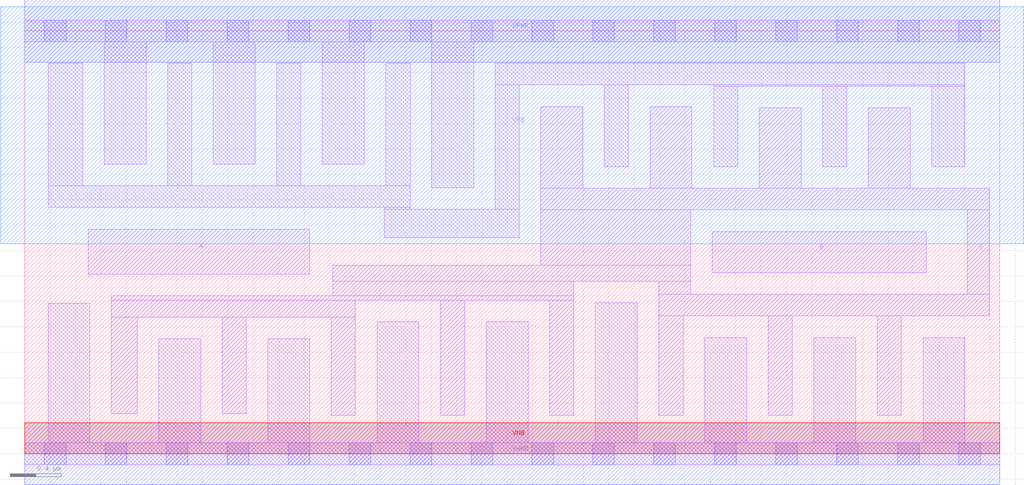
<source format=lef>
# Copyright 2020 The SkyWater PDK Authors
#
# Licensed under the Apache License, Version 2.0 (the "License");
# you may not use this file except in compliance with the License.
# You may obtain a copy of the License at
#
#     https://www.apache.org/licenses/LICENSE-2.0
#
# Unless required by applicable law or agreed to in writing, software
# distributed under the License is distributed on an "AS IS" BASIS,
# WITHOUT WARRANTIES OR CONDITIONS OF ANY KIND, either express or implied.
# See the License for the specific language governing permissions and
# limitations under the License.
#
# SPDX-License-Identifier: Apache-2.0

VERSION 5.7 ;
  NOWIREEXTENSIONATPIN ON ;
  DIVIDERCHAR "/" ;
  BUSBITCHARS "[]" ;
MACRO sky130_fd_sc_lp__nor2_8
  CLASS CORE ;
  FOREIGN sky130_fd_sc_lp__nor2_8 ;
  ORIGIN  0.000000  0.000000 ;
  SIZE  7.680000 BY  3.330000 ;
  SYMMETRY X Y R90 ;
  SITE unit ;
  PIN A
    ANTENNAGATEAREA  2.520000 ;
    DIRECTION INPUT ;
    USE SIGNAL ;
    PORT
      LAYER li1 ;
        RECT 0.500000 1.415000 2.245000 1.770000 ;
    END
  END A
  PIN B
    ANTENNAGATEAREA  2.520000 ;
    DIRECTION INPUT ;
    USE SIGNAL ;
    PORT
      LAYER li1 ;
        RECT 5.415000 1.425000 7.100000 1.750000 ;
    END
  END B
  PIN Y
    ANTENNADIFFAREA  3.292800 ;
    DIRECTION OUTPUT ;
    USE SIGNAL ;
    PORT
      LAYER li1 ;
        RECT 0.680000 0.315000 0.885000 1.075000 ;
        RECT 0.680000 1.075000 2.605000 1.210000 ;
        RECT 0.680000 1.210000 4.325000 1.245000 ;
        RECT 1.555000 0.315000 1.745000 1.075000 ;
        RECT 2.415000 0.305000 2.605000 1.075000 ;
        RECT 2.425000 1.245000 4.325000 1.360000 ;
        RECT 2.425000 1.360000 5.245000 1.485000 ;
        RECT 3.275000 0.305000 3.465000 1.210000 ;
        RECT 4.065000 1.485000 5.245000 1.920000 ;
        RECT 4.065000 1.920000 7.595000 2.090000 ;
        RECT 4.065000 2.090000 4.395000 2.735000 ;
        RECT 4.135000 0.305000 4.325000 1.210000 ;
        RECT 4.925000 2.090000 5.255000 2.735000 ;
        RECT 4.995000 0.305000 5.185000 1.085000 ;
        RECT 4.995000 1.085000 7.595000 1.255000 ;
        RECT 4.995000 1.255000 5.245000 1.360000 ;
        RECT 5.785000 2.090000 6.115000 2.725000 ;
        RECT 5.855000 0.305000 6.045000 1.085000 ;
        RECT 6.645000 2.090000 6.975000 2.725000 ;
        RECT 6.715000 0.305000 6.905000 1.085000 ;
        RECT 7.425000 1.255000 7.595000 1.920000 ;
    END
  END Y
  PIN VGND
    DIRECTION INOUT ;
    USE GROUND ;
    PORT
      LAYER met1 ;
        RECT 0.000000 -0.245000 7.680000 0.245000 ;
    END
  END VGND
  PIN VNB
    DIRECTION INOUT ;
    USE GROUND ;
    PORT
      LAYER pwell ;
        RECT 0.000000 0.000000 7.680000 0.245000 ;
    END
  END VNB
  PIN VPB
    DIRECTION INOUT ;
    USE POWER ;
    PORT
      LAYER nwell ;
        RECT -0.190000 1.655000 7.870000 3.520000 ;
    END
  END VPB
  PIN VPWR
    DIRECTION INOUT ;
    USE POWER ;
    PORT
      LAYER met1 ;
        RECT 0.000000 3.085000 7.680000 3.575000 ;
    END
  END VPWR
  OBS
    LAYER li1 ;
      RECT 0.000000 -0.085000 7.680000 0.085000 ;
      RECT 0.000000  3.245000 7.680000 3.415000 ;
      RECT 0.185000  0.085000 0.510000 1.185000 ;
      RECT 0.185000  1.940000 3.035000 2.110000 ;
      RECT 0.185000  2.110000 0.455000 3.075000 ;
      RECT 0.625000  2.280000 0.955000 3.245000 ;
      RECT 1.055000  0.085000 1.385000 0.905000 ;
      RECT 1.125000  2.110000 1.315000 3.075000 ;
      RECT 1.485000  2.280000 1.815000 3.245000 ;
      RECT 1.915000  0.085000 2.245000 0.905000 ;
      RECT 1.985000  2.110000 2.175000 3.075000 ;
      RECT 2.345000  2.280000 2.675000 3.245000 ;
      RECT 2.775000  0.085000 3.105000 1.040000 ;
      RECT 2.830000  1.700000 3.895000 1.925000 ;
      RECT 2.830000  1.925000 3.035000 1.940000 ;
      RECT 2.845000  2.110000 3.035000 3.075000 ;
      RECT 3.205000  2.095000 3.535000 3.245000 ;
      RECT 3.635000  0.085000 3.965000 1.040000 ;
      RECT 3.705000  1.925000 3.895000 2.905000 ;
      RECT 3.705000  2.905000 7.405000 3.075000 ;
      RECT 4.495000  0.085000 4.825000 1.190000 ;
      RECT 4.565000  2.260000 4.755000 2.905000 ;
      RECT 5.355000  0.085000 5.685000 0.915000 ;
      RECT 5.425000  2.260000 5.615000 2.895000 ;
      RECT 5.425000  2.895000 7.405000 2.905000 ;
      RECT 6.215000  0.085000 6.545000 0.915000 ;
      RECT 6.285000  2.260000 6.475000 2.895000 ;
      RECT 7.075000  0.085000 7.405000 0.915000 ;
      RECT 7.145000  2.260000 7.405000 2.895000 ;
    LAYER mcon ;
      RECT 0.155000 -0.085000 0.325000 0.085000 ;
      RECT 0.155000  3.245000 0.325000 3.415000 ;
      RECT 0.635000 -0.085000 0.805000 0.085000 ;
      RECT 0.635000  3.245000 0.805000 3.415000 ;
      RECT 1.115000 -0.085000 1.285000 0.085000 ;
      RECT 1.115000  3.245000 1.285000 3.415000 ;
      RECT 1.595000 -0.085000 1.765000 0.085000 ;
      RECT 1.595000  3.245000 1.765000 3.415000 ;
      RECT 2.075000 -0.085000 2.245000 0.085000 ;
      RECT 2.075000  3.245000 2.245000 3.415000 ;
      RECT 2.555000 -0.085000 2.725000 0.085000 ;
      RECT 2.555000  3.245000 2.725000 3.415000 ;
      RECT 3.035000 -0.085000 3.205000 0.085000 ;
      RECT 3.035000  3.245000 3.205000 3.415000 ;
      RECT 3.515000 -0.085000 3.685000 0.085000 ;
      RECT 3.515000  3.245000 3.685000 3.415000 ;
      RECT 3.995000 -0.085000 4.165000 0.085000 ;
      RECT 3.995000  3.245000 4.165000 3.415000 ;
      RECT 4.475000 -0.085000 4.645000 0.085000 ;
      RECT 4.475000  3.245000 4.645000 3.415000 ;
      RECT 4.955000 -0.085000 5.125000 0.085000 ;
      RECT 4.955000  3.245000 5.125000 3.415000 ;
      RECT 5.435000 -0.085000 5.605000 0.085000 ;
      RECT 5.435000  3.245000 5.605000 3.415000 ;
      RECT 5.915000 -0.085000 6.085000 0.085000 ;
      RECT 5.915000  3.245000 6.085000 3.415000 ;
      RECT 6.395000 -0.085000 6.565000 0.085000 ;
      RECT 6.395000  3.245000 6.565000 3.415000 ;
      RECT 6.875000 -0.085000 7.045000 0.085000 ;
      RECT 6.875000  3.245000 7.045000 3.415000 ;
      RECT 7.355000 -0.085000 7.525000 0.085000 ;
      RECT 7.355000  3.245000 7.525000 3.415000 ;
  END
END sky130_fd_sc_lp__nor2_8
END LIBRARY

</source>
